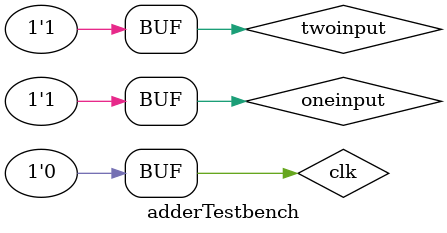
<source format=v>
/*
* Testbench for the adder.v module.
*/
`include   "adder.v"

module adderTestbench;

	reg oneinput, twoinput, clock, adderout;

	adder adder_inst(.input1(oneinput), .input2(twoinput), .clk(clock), .out(adderout));

	initial begin
		// Conservative max clock speed 12 MHz so use 100 ns
		#1 clk = 0; oneinput = 32'b1; twoinput = 32'b1;

		#1 clk = 1; oneinput = 32'b1; twoinput = 32'b1;

		#1 clk = 0; oneinput = 32'b1; twoinput = 32'b1;
	end
	initial begin
		$dumpfile("adderTestbench.vcd");
		$dumpvars;
	end
endmodule
		

</source>
